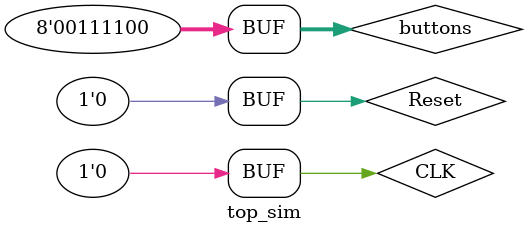
<source format=v>
`timescale 1ns / 1ps


module top_sim();
    reg   [7:0] buttons;
    reg         CLK,Reset;
    wire [7:0] LED_ENCODE1,LED_ENCODE2, LED_SELECT;
    Top top(
        .buttons(buttons),
        .CLK(CLK),
        .Reset(Reset),
        .LED_ENCODE1(LED_ENCODE1),
        .LED_ENCODE2(LED_ENCODE2),
        .LED_SELECT(LED_SELECT)
    );
    // reset processor
    initial
        begin
            buttons <= 8'h3c;
            #10 Reset <= 1; # 22; Reset <= 0;
            #7000 Reset <= 1; # 10; Reset <= 0;
        end
    // generate clock
    always
        begin
            CLK <= 1; #0.5; CLK <= 0; #0.5;
        end 

endmodule

</source>
